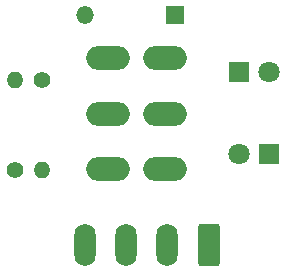
<source format=gbr>
%TF.GenerationSoftware,KiCad,Pcbnew,8.0.8*%
%TF.CreationDate,2025-02-01T16:22:36+01:00*%
%TF.ProjectId,pointControl,706f696e-7443-46f6-9e74-726f6c2e6b69,rev?*%
%TF.SameCoordinates,Original*%
%TF.FileFunction,Soldermask,Bot*%
%TF.FilePolarity,Negative*%
%FSLAX46Y46*%
G04 Gerber Fmt 4.6, Leading zero omitted, Abs format (unit mm)*
G04 Created by KiCad (PCBNEW 8.0.8) date 2025-02-01 16:22:36*
%MOMM*%
%LPD*%
G01*
G04 APERTURE LIST*
G04 Aperture macros list*
%AMRoundRect*
0 Rectangle with rounded corners*
0 $1 Rounding radius*
0 $2 $3 $4 $5 $6 $7 $8 $9 X,Y pos of 4 corners*
0 Add a 4 corners polygon primitive as box body*
4,1,4,$2,$3,$4,$5,$6,$7,$8,$9,$2,$3,0*
0 Add four circle primitives for the rounded corners*
1,1,$1+$1,$2,$3*
1,1,$1+$1,$4,$5*
1,1,$1+$1,$6,$7*
1,1,$1+$1,$8,$9*
0 Add four rect primitives between the rounded corners*
20,1,$1+$1,$2,$3,$4,$5,0*
20,1,$1+$1,$4,$5,$6,$7,0*
20,1,$1+$1,$6,$7,$8,$9,0*
20,1,$1+$1,$8,$9,$2,$3,0*%
G04 Aperture macros list end*
%ADD10RoundRect,0.250000X0.650000X1.550000X-0.650000X1.550000X-0.650000X-1.550000X0.650000X-1.550000X0*%
%ADD11O,1.800000X3.600000*%
%ADD12R,1.800000X1.800000*%
%ADD13C,1.800000*%
%ADD14C,1.400000*%
%ADD15O,1.400000X1.400000*%
%ADD16R,1.500000X1.500000*%
%ADD17O,1.500000X1.500000*%
%ADD18O,3.700000X2.000000*%
G04 APERTURE END LIST*
D10*
%TO.C,J1*%
X159639000Y-84000000D03*
D11*
X156139000Y-84000000D03*
X152639000Y-84000000D03*
X149139000Y-84000000D03*
%TD*%
D12*
%TO.C,D_POS3*%
X162230000Y-69300000D03*
D13*
X164770000Y-69300000D03*
%TD*%
D14*
%TO.C,R1*%
X143239000Y-77620000D03*
D15*
X143239000Y-70000000D03*
%TD*%
D16*
%TO.C,D1*%
X156815000Y-64500000D03*
D17*
X149195000Y-64500000D03*
%TD*%
D18*
%TO.C,SW1*%
X151143000Y-77550000D03*
X151143000Y-72850000D03*
X151143000Y-68150000D03*
X155943000Y-77550000D03*
X155943000Y-72850000D03*
X155943000Y-68150000D03*
%TD*%
D12*
%TO.C,D_NEG2*%
X164770000Y-76300000D03*
D13*
X162230000Y-76300000D03*
%TD*%
D14*
%TO.C,R2*%
X145500000Y-70000000D03*
D15*
X145500000Y-77620000D03*
%TD*%
M02*

</source>
